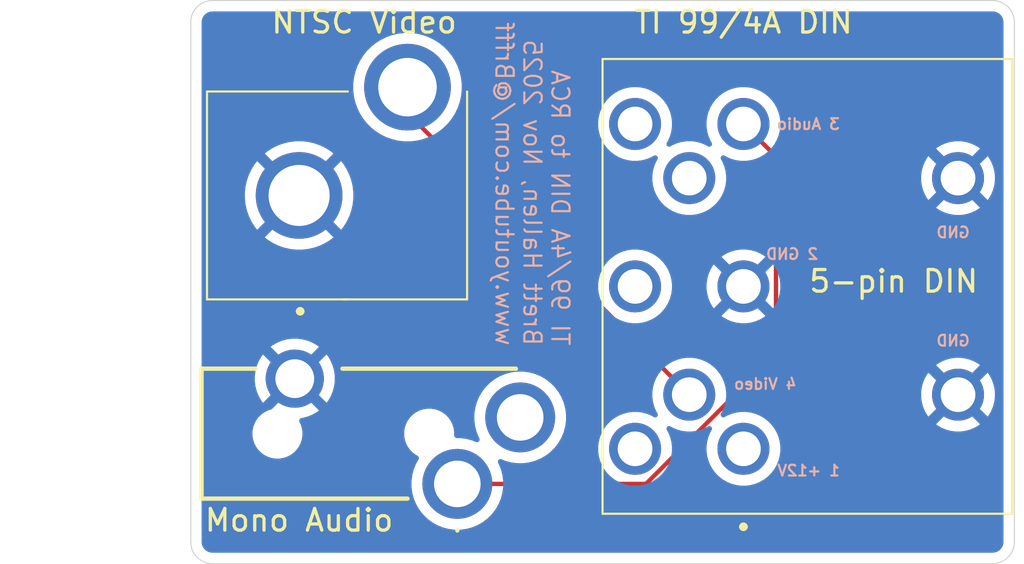
<source format=kicad_pcb>
(kicad_pcb (version 20241229) (generator "pcbnew") (generator_version "9.0")
  (title_block (title "TI 99/4A DIN to RCA (NTSC)") (date "19/NOV/2025") (rev "A") (company "Brett Hallen") (comment 1 "www.youtube.com/@Brfff"))
  (layers (0 "F.Cu" signal) (2 "B.Cu" signal) (13 "F.Paste" user) (15 "B.Paste" user) (5 "F.SilkS" user "F.Silkscreen") (7 "B.SilkS" user "B.Silkscreen") (1 "F.Mask" user) (3 "B.Mask" user) (25 "Edge.Cuts" user))
  (net 0 "")
  (net 1 "VIDEO")
  (net 5 "GND")
  (net 6 "AUDIO")
  (footprint "Clueless_Engineer:SJ3350820BTR" (layer "F.Cu") (at 111.3 94.32)
    (property "Reference" "J3" (hide yes))
    (property "Value" "Audio Out" (hide yes))
    (fp_line (start -11.8 -5.32) (end -11.8 0.68) (stroke (width 0.2)) (layer "F.SilkS"))
    (fp_line (start -11.8 0.68) (end -2.3 0.68) (stroke (width 0.2)) (layer "F.SilkS"))
    (fp_line (start -9.3 -5.32) (end -11.8 -5.32) (stroke (width 0.2)) (layer "F.SilkS"))
    (fp_line (start -5.3 -5.32) (end 2.7 -5.32) (stroke (width 0.2)) (layer "F.SilkS"))
    (fp_line (start 0 2.1) (end 0 2.1) (stroke (width 0.1)) (layer "F.SilkS"))
    (fp_line (start 0 2.2) (end 0 2.2) (stroke (width 0.1)) (layer "F.SilkS"))
    (fp_arc (start 0 2.1) (mid 0.05 2.15) (end 0 2.2) (stroke (width 0.1)) (layer "F.SilkS"))
    (fp_arc (start 0 2.2) (mid -0.05 2.15) (end 0 2.1) (stroke (width 0.1)) (layer "F.SilkS"))
    (pad "" np_thru_hole circle (at -8.3 -2.32) (size 1.8 1.8) (drill 1.8) (layers "*.Cu" "*.Mask"))
    (pad "" np_thru_hole circle (at -1.3 -2.32) (size 1.8 1.8) (drill 1.8) (layers "*.Cu" "*.Mask"))
    (pad "2" thru_hole circle (at 0 0) (size 3.225 3.225) (drill 2.15) (layers "*.Cu" "*.Mask") (net 6 "AUDIO"))
    (pad "3" thru_hole circle (at 2.9 -3.07) (size 3.225 3.225) (drill 2.15) (layers "*.Cu" "*.Mask"))
    (pad "5" thru_hole circle (at -7.5 -4.86) (size 2.685 2.685) (drill 1.79) (layers "*.Cu" "*.Mask") (net 5 "GND"))
  )
  (footprint "Clueless_Engineer:6710801" (layer "F.Cu") (at 124.5 92.7 -90)
    (property "Reference" "J5" (hide yes))
    (property "Value" "TI 99/4A Composite" (hide yes))
    (fp_line (start -18 6.5) (end -18 -12.4) (stroke (width 0.1)) (layer "F.SilkS"))
    (fp_line (start 3 6.5) (end -18 6.5) (stroke (width 0.1)) (layer "F.SilkS"))
    (fp_line (start 3.6 0.1) (end 3.6 0.1) (stroke (width 0.2)) (layer "F.SilkS"))
    (fp_line (start 3.6 -0.1) (end 3.6 -0.1) (stroke (width 0.2)) (layer "F.SilkS"))
    (fp_line (start -18 -12.4) (end 3 -12.4) (stroke (width 0.1)) (layer "F.SilkS"))
    (fp_line (start 3 -12.4) (end 3 6.5) (stroke (width 0.1)) (layer "F.SilkS"))
    (fp_arc (start 3.6 0.1) (mid 3.5 0) (end 3.6 -0.1) (stroke (width 0.2)) (layer "F.SilkS"))
    (fp_arc (start 3.6 -0.1) (mid 3.7 0) (end 3.6 0.1) (stroke (width 0.2)) (layer "F.SilkS"))
    (pad "1" thru_hole circle (at 0 0 270) (size 2.4 2.4) (drill 1.6) (layers "*.Cu" "*.Mask"))
    (pad "2" thru_hole circle (at -7.5 0 270) (size 2.4 2.4) (drill 1.6) (layers "*.Cu" "*.Mask") (net 5 "GND"))
    (pad "3" thru_hole circle (at -15 0 270) (size 2.4 2.4) (drill 1.6) (layers "*.Cu" "*.Mask") (net 6 "AUDIO"))
    (pad "4" thru_hole circle (at -2.5 2.5 270) (size 2.4 2.4) (drill 1.6) (layers "*.Cu" "*.Mask") (net 1 "VIDEO"))
    (pad "5" thru_hole circle (at -12.5 2.5 270) (size 2.4 2.4) (drill 1.6) (layers "*.Cu" "*.Mask"))
    (pad "6" thru_hole circle (at 0 5 270) (size 2.4 2.4) (drill 1.6) (layers "*.Cu" "*.Mask"))
    (pad "7" thru_hole circle (at -15 5 270) (size 2.4 2.4) (drill 1.6) (layers "*.Cu" "*.Mask"))
    (pad "8" thru_hole circle (at -7.5 5 270) (size 2.4 2.4) (drill 1.6) (layers "*.Cu" "*.Mask"))
    (pad "MH1" thru_hole circle (at -2.5 -9.9 270) (size 2.4 2.4) (drill 1.6) (layers "*.Cu" "*.Mask") (net 5 "GND"))
    (pad "MH2" thru_hole circle (at -12.5 -9.9 270) (size 2.4 2.4) (drill 1.6) (layers "*.Cu" "*.Mask") (net 5 "GND"))
  )
  (footprint "Clueless_Engineer:FC68371" (layer "F.Cu") (at 104 81)
    (property "Reference" "J1" (hide yes))
    (property "Value" "RCA Video" (hide yes))
    (fp_line (start -4.25 -4.8) (end -4.25 4.8) (stroke (width 0.1)) (layer "F.SilkS"))
    (fp_line (start -4.25 4.8) (end 2.25 4.8) (stroke (width 0.1)) (layer "F.SilkS"))
    (fp_line (start -0.05 5.35) (end -0.05 5.35) (stroke (width 0.2)) (layer "F.SilkS"))
    (fp_line (start 0.15 5.35) (end 0.15 5.35) (stroke (width 0.2)) (layer "F.SilkS"))
    (fp_line (start 2.25 -4.8) (end -4.25 -4.8) (stroke (width 0.1)) (layer "F.SilkS"))
    (fp_line (start 7.75 -4.8) (end 7.75 4.8) (stroke (width 0.1)) (layer "F.SilkS"))
    (fp_line (start 7.75 4.8) (end 2 4.8) (stroke (width 0.1)) (layer "F.SilkS"))
    (fp_arc (start -0.05 5.35) (mid 0.05 5.25) (end 0.15 5.35) (stroke (width 0.2)) (layer "F.SilkS"))
    (fp_arc (start 0.15 5.35) (mid 0.05 5.45) (end -0.05 5.35) (stroke (width 0.2)) (layer "F.SilkS"))
    (pad "1" thru_hole circle (at 0 0) (size 4 4) (drill 2.818) (layers "*.Cu" "*.Mask") (net 5 "GND"))
    (pad "3" thru_hole circle (at 5 -5) (size 4 4) (drill 2.7) (layers "*.Cu" "*.Mask") (net 1 "VIDEO"))
  )
  (gr_arc (start 137 97) (mid 136.707107 97.707107) (end 136 98) (stroke (width 0.05)) (layer "Edge.Cuts"))
  (gr_arc (start 136 72) (mid 136.707107 72.292893) (end 137 73) (stroke (width 0.05)) (layer "Edge.Cuts"))
  (gr_line (start 136 98) (end 100 98) (stroke (width 0.05)) (layer "Edge.Cuts"))
  (gr_line (start 99 97) (end 99 73) (stroke (width 0.05)) (layer "Edge.Cuts"))
  (gr_line (start 100 72) (end 136 72) (stroke (width 0.05)) (layer "Edge.Cuts"))
  (gr_arc (start 99 73) (mid 99.292893 72.292893) (end 100 72) (stroke (width 0.05)) (layer "Edge.Cuts"))
  (gr_line (start 137 73) (end 137 97) (stroke (width 0.05)) (layer "Edge.Cuts"))
  (gr_arc (start 100 98) (mid 99.292893 97.707107) (end 99 97) (stroke (width 0.05)) (layer "Edge.Cuts"))
  (gr_text "Mono Audio" (at 104 96 0) (layer "F.SilkS") (effects (font (size 1 1))))
  (gr_text "5-pin DIN" (at 127.45 85.55 0) (layer "F.SilkS") (effects (font (size 1 1)) (justify left bottom)))
  (gr_text "TI 99/4A DIN" (at 124.5 73 0) (layer "F.SilkS") (effects (font (size 1 1))))
  (gr_text "NTSC Video" (at 107 73 0) (layer "F.SilkS") (effects (font (size 1 1))))
  (gr_text "TI 99/4A DIN to RCA\nBrett Hallen, Nov 2025\nwww.youtube.com/@Brfff" (at 113 88 270) (layer "B.SilkS") (effects (font (size 0.8 0.8) (thickness 0.1)) (justify left bottom mirror)))
  (gr_text "4 Video" (at 127 90 0) (layer "B.SilkS") (effects (font (size 0.5 0.5) (thickness 0.1) (bold yes)) (justify left bottom mirror)))
  (gr_text "GND" (at 135 83 0) (layer "B.SilkS") (effects (font (size 0.5 0.5) (thickness 0.1) (bold yes)) (justify left bottom mirror)))
  (gr_text "2 GND" (at 128 84 0) (layer "B.SilkS") (effects (font (size 0.5 0.5) (thickness 0.1) (bold yes)) (justify left bottom mirror)))
  (gr_text "1 +12V" (at 129 94 0) (layer "B.SilkS") (effects (font (size 0.5 0.5) (thickness 0.1) (bold yes)) (justify left bottom mirror)))
  (gr_text "GND" (at 135 88 0) (layer "B.SilkS") (effects (font (size 0.5 0.5) (thickness 0.1) (bold yes)) (justify left bottom mirror)))
  (gr_text "3 Audio" (at 129 78 0) (layer "B.SilkS") (effects (font (size 0.5 0.5) (thickness 0.1) (bold yes)) (justify left bottom mirror)))
  (segment (start 122 90.2) (end 109 77.2) (width 0.2) (layer "F.Cu") (net 1))
  (segment (start 109 77.2) (end 109 76) (width 0.2) (layer "F.Cu") (net 1))
  (segment (start 126.001 79.201) (end 126.001 88.321735) (width 0.2) (layer "F.Cu") (net 6))
  (segment (start 126.001 88.321735) (end 120.002735 94.32) (width 0.2) (layer "F.Cu") (net 6))
  (segment (start 120.002735 94.32) (end 111.3 94.32) (width 0.2) (layer "F.Cu") (net 6))
  (segment (start 124.5 77.7) (end 126.001 79.201) (width 0.2) (layer "F.Cu") (net 6))
  (zone (net 5) (net_name "GND") (layer "B.Cu") (connect_pads (clearance 0.5)) (min_thickness 0.25) (fill yes (thermal_gap 0.5) (thermal_bridge_width 0.5))
    (polygon (pts (xy 137 98) (xy 137 72) (xy 99 72) (xy 99 98)))
  )
)
</source>
